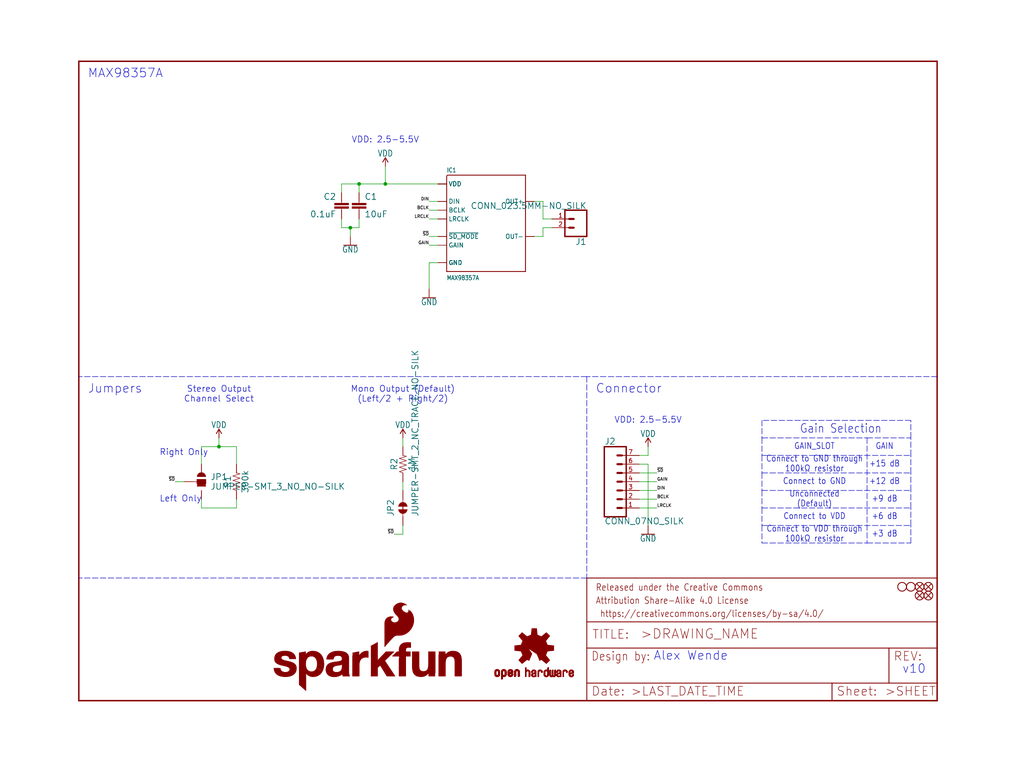
<source format=kicad_sch>
(kicad_sch (version 20211123) (generator eeschema)
  (paper "User" 297.002 223.926)
  (lib_symbols
    (symbol "eagleSchem-eagle-import:0.1UF-0603-25V-(+80{slash}-20%)"
      (property "Reference" "C" (at 1.524 2.921 0))
      (property "Value" "0.1UF-0603-25V-(+80{slash}-20%)" (at 1.524 -2.159 0))
      (symbol "0.1UF-0603-25V-(+80{slash}-20%)_1_0"
        (pin passive line (at 0 5.08 270) (length 2.54) (name "1") (number "1"))
        (pin passive line (at 0 -2.54 90) (length 2.54) (name "2") (number "2"))
      )
    )
    (symbol "eagleSchem-eagle-import:10UF-0805-10V-10%"
      (property "Reference" "C" (at 1.524 2.921 0))
      (property "Value" "10UF-0805-10V-10%" (at 1.524 -2.159 0))
      (symbol "10UF-0805-10V-10%_1_0"
        (pin passive line (at 0 5.08 270) (length 2.54) (name "1") (number "1"))
        (pin passive line (at 0 -2.54 90) (length 2.54) (name "2") (number "2"))
      )
    )
    (symbol "eagleSchem-eagle-import:1MOHM-0603-1{slash}4W-5%"
      (property "Reference" "R" (at 0 1.524 0))
      (property "Value" "1MOHM-0603-1{slash}4W-5%" (at 0 -1.524 0))
      (symbol "1MOHM-0603-1{slash}4W-5%_1_0"
        (pin passive line (at -5.08 0 0) (length 2.54) (name "1") (number "1"))
        (pin passive line (at 5.08 0 180) (length 2.54) (name "2") (number "2"))
      )
    )
    (symbol "eagleSchem-eagle-import:300KOHM-0603-1{slash}10W-1%"
      (property "Reference" "R" (at 0 1.524 0))
      (property "Value" "300KOHM-0603-1{slash}10W-1%" (at 0 -1.524 0))
      (symbol "300KOHM-0603-1{slash}10W-1%_1_0"
        (pin passive line (at -5.08 0 0) (length 2.54) (name "1") (number "1"))
        (pin passive line (at 5.08 0 180) (length 2.54) (name "2") (number "2"))
      )
    )
    (symbol "eagleSchem-eagle-import:CONN_023.5MM-NO_SILK"
      (property "Reference" "J" (at -2.54 5.588 0))
      (property "Value" "CONN_023.5MM-NO_SILK" (at -2.54 -4.826 0))
      (symbol "CONN_023.5MM-NO_SILK_1_0"
        (pin passive line (at 7.62 0 180) (length 5.08) (name "1") (number "1"))
        (pin passive line (at 7.62 2.54 180) (length 5.08) (name "2") (number "2"))
      )
    )
    (symbol "eagleSchem-eagle-import:CONN_07NO_SILK"
      (property "Reference" "J" (at -5.08 13.208 0))
      (property "Value" "CONN_07NO_SILK" (at -5.08 -9.906 0))
      (symbol "CONN_07NO_SILK_1_0"
        (pin passive line (at 5.08 -5.08 180) (length 5.08) (name "1") (number "1"))
        (pin passive line (at 5.08 -2.54 180) (length 5.08) (name "2") (number "2"))
        (pin passive line (at 5.08 0 180) (length 5.08) (name "3") (number "3"))
        (pin passive line (at 5.08 2.54 180) (length 5.08) (name "4") (number "4"))
        (pin passive line (at 5.08 5.08 180) (length 5.08) (name "5") (number "5"))
        (pin passive line (at 5.08 7.62 180) (length 5.08) (name "6") (number "6"))
        (pin passive line (at 5.08 10.16 180) (length 5.08) (name "7") (number "7"))
      )
    )
    (symbol "eagleSchem-eagle-import:FIDUCIALUFIDUCIAL")
    (symbol "eagleSchem-eagle-import:FRAME-LETTER"
      (symbol "FRAME-LETTER_2_0"
        (text " https://creativecommons.org/licenses/by-sa/4.0/" (at 2.54 24.13 0) (effects (font (size 1.9304 1.6408)) (justify left bottom)))
        (text ">DRAWING_NAME" (at 15.494 17.78 0) (effects (font (size 2.7432 2.7432)) (justify left bottom)))
        (text ">LAST_DATE_TIME" (at 12.7 1.27 0) (effects (font (size 2.54 2.54)) (justify left bottom)))
        (text ">SHEET" (at 86.36 1.27 0) (effects (font (size 2.54 2.54)) (justify left bottom)))
        (text "Attribution Share-Alike 4.0 License" (at 2.54 27.94 0) (effects (font (size 1.9304 1.6408)) (justify left bottom)))
        (text "Date:" (at 1.27 1.27 0) (effects (font (size 2.54 2.54)) (justify left bottom)))
        (text "Design by:" (at 1.27 11.43 0) (effects (font (size 2.54 2.159)) (justify left bottom)))
        (text "Released under the Creative Commons" (at 2.54 31.75 0) (effects (font (size 1.9304 1.6408)) (justify left bottom)))
        (text "REV:" (at 88.9 11.43 0) (effects (font (size 2.54 2.54)) (justify left bottom)))
        (text "Sheet:" (at 72.39 1.27 0) (effects (font (size 2.54 2.54)) (justify left bottom)))
        (text "TITLE:" (at 1.524 17.78 0) (effects (font (size 2.54 2.54)) (justify left bottom)))
      )
    )
    (symbol "eagleSchem-eagle-import:GND" (power)
      (property "Value" "GND" (at 0 -0.254 0))
      (symbol "GND_1_0"
        (pin power_in line (at 0 2.54 270) (length 2.54) (name "GND") (number "1"))
      )
    )
    (symbol "eagleSchem-eagle-import:JUMPER-SMT_2_NC_TRACE_NO-SILK"
      (property "Reference" "JP" (at -2.54 2.54 0))
      (property "Value" "JUMPER-SMT_2_NC_TRACE_NO-SILK" (at -2.54 -2.54 0))
      (symbol "JUMPER-SMT_2_NC_TRACE_NO-SILK_1_0"
        (pin passive line (at -5.08 0 0) (length 2.54) (name "1") (number "1"))
        (pin passive line (at 5.08 0 180) (length 2.54) (name "2") (number "2"))
      )
    )
    (symbol "eagleSchem-eagle-import:JUMPER-SMT_3_NO_NO-SILK"
      (property "Reference" "JP" (at 2.54 0.381 0))
      (property "Value" "JUMPER-SMT_3_NO_NO-SILK" (at 2.54 -0.381 0))
      (symbol "JUMPER-SMT_3_NO_NO-SILK_1_0"
        (pin passive line (at 0 5.08 270) (length 2.54) (name "1") (number "1"))
        (pin passive line (at -5.08 0 0) (length 2.54) (name "2") (number "2"))
        (pin passive line (at 0 -5.08 90) (length 2.54) (name "3") (number "3"))
      )
    )
    (symbol "eagleSchem-eagle-import:MAX98357A"
      (property "Reference" "IC" (at -10.16 13.462 0))
      (property "Value" "MAX98357A" (at -10.16 -17.78 0))
      (symbol "MAX98357A_1_0"
        (pin bidirectional line (at -12.7 5.08 0) (length 2.54) (name "DIN") (number "P$1"))
        (pin bidirectional line (at 15.24 -5.08 180) (length 2.54) (name "OUT-") (number "P$10"))
        (pin bidirectional line (at -12.7 -12.7 0) (length 2.54) (name "GND") (number "P$11"))
        (pin bidirectional line (at -12.7 0 0) (length 2.54) (name "LRCLK") (number "P$14"))
        (pin bidirectional line (at -12.7 -12.7 0) (length 2.54) (name "GND") (number "P$15"))
        (pin bidirectional line (at -12.7 2.54 0) (length 2.54) (name "BCLK") (number "P$16"))
        (pin bidirectional line (at -12.7 -7.62 0) (length 2.54) (name "GAIN") (number "P$2"))
        (pin bidirectional line (at -12.7 -12.7 0) (length 2.54) (name "GND") (number "P$3"))
        (pin bidirectional line (at -12.7 -5.08 0) (length 2.54) (name "~{SD_MODE}") (number "P$4"))
        (pin bidirectional line (at -12.7 10.16 0) (length 2.54) (name "VDD") (number "P$7"))
        (pin bidirectional line (at -12.7 10.16 0) (length 2.54) (name "VDD") (number "P$8"))
        (pin bidirectional line (at 15.24 5.08 180) (length 2.54) (name "OUT+") (number "P$9"))
        (pin bidirectional line (at -12.7 -12.7 0) (length 2.54) (name "GND") (number "P$EP"))
      )
    )
    (symbol "eagleSchem-eagle-import:OSHW-LOGOS")
    (symbol "eagleSchem-eagle-import:SFE_LOGO_NAME_FLAME.1_INCH")
    (symbol "eagleSchem-eagle-import:STAND-OFF")
    (symbol "eagleSchem-eagle-import:VDD" (power)
      (property "Value" "VDD" (at 0 2.794 0))
      (symbol "VDD_1_0"
        (pin power_in line (at 0 0 90) (length 2.54) (name "VDD") (number "1"))
      )
    )
  )
  (junction (at 101.6 66.04))
  (junction (at 111.76 53.34))
  (junction (at 63.5 129.54))
  (junction (at 104.14 53.34))
  (polyline (pts (xy 220.98 147.32) (xy 264.16 147.32)))
  (wire (pts (xy 68.58 147.32) (xy 68.58 144.78)))
  (polyline (pts (xy 220.98 142.24) (xy 220.98 147.32)))
  (wire (pts (xy 116.84 154.94) (xy 114.3 154.94)))
  (polyline (pts (xy 220.98 132.08) (xy 220.98 137.16)))
  (wire (pts (xy 99.06 55.88) (xy 99.06 53.34)))
  (wire (pts (xy 101.6 66.04) (xy 101.6 68.58)))
  (wire (pts (xy 104.14 63.5) (xy 104.14 66.04)))
  (wire (pts (xy 185.42 147.32) (xy 190.5 147.32)))
  (wire (pts (xy 157.48 63.5) (xy 160.02 63.5)))
  (wire (pts (xy 58.42 147.32) (xy 68.58 147.32)))
  (polyline (pts (xy 220.98 127) (xy 220.98 132.08)))
  (polyline (pts (xy 220.98 127) (xy 251.46 127)))
  (polyline (pts (xy 264.16 127) (xy 264.16 121.92)))
  (wire (pts (xy 127 76.2) (xy 124.46 76.2)))
  (polyline (pts (xy 220.98 137.16) (xy 220.98 142.24)))
  (wire (pts (xy 63.5 129.54) (xy 58.42 129.54)))
  (polyline (pts (xy 264.16 147.32) (xy 264.16 142.24)))
  (wire (pts (xy 99.06 53.34) (xy 104.14 53.34)))
  (wire (pts (xy 58.42 134.62) (xy 58.42 129.54)))
  (polyline (pts (xy 220.98 147.32) (xy 220.98 152.4)))
  (wire (pts (xy 154.94 58.42) (xy 157.48 58.42)))
  (wire (pts (xy 127 53.34) (xy 111.76 53.34)))
  (polyline (pts (xy 220.98 132.08) (xy 264.16 132.08)))
  (polyline (pts (xy 264.16 157.48) (xy 264.16 152.4)))
  (wire (pts (xy 127 58.42) (xy 124.46 58.42)))
  (polyline (pts (xy 264.16 152.4) (xy 264.16 147.32)))
  (polyline (pts (xy 220.98 152.4) (xy 264.16 152.4)))
  (wire (pts (xy 185.42 132.08) (xy 187.96 132.08)))
  (polyline (pts (xy 170.18 109.22) (xy 170.18 167.64)))
  (polyline (pts (xy 220.98 121.92) (xy 220.98 127)))
  (polyline (pts (xy 264.16 142.24) (xy 264.16 137.16)))
  (wire (pts (xy 104.14 66.04) (xy 101.6 66.04)))
  (polyline (pts (xy 220.98 137.16) (xy 264.16 137.16)))
  (wire (pts (xy 185.42 142.24) (xy 190.5 142.24)))
  (wire (pts (xy 185.42 139.7) (xy 190.5 139.7)))
  (polyline (pts (xy 251.46 127) (xy 264.16 127)))
  (wire (pts (xy 116.84 152.4) (xy 116.84 154.94)))
  (wire (pts (xy 157.48 58.42) (xy 157.48 63.5)))
  (polyline (pts (xy 271.78 109.22) (xy 170.18 109.22)))
  (wire (pts (xy 127 60.96) (xy 124.46 60.96)))
  (polyline (pts (xy 264.16 132.08) (xy 264.16 127)))
  (wire (pts (xy 157.48 66.04) (xy 160.02 66.04)))
  (polyline (pts (xy 170.18 109.22) (xy 22.86 109.22)))
  (wire (pts (xy 157.48 68.58) (xy 157.48 66.04)))
  (polyline (pts (xy 170.18 167.64) (xy 22.86 167.64)))
  (wire (pts (xy 185.42 144.78) (xy 190.5 144.78)))
  (wire (pts (xy 111.76 53.34) (xy 111.76 48.26)))
  (polyline (pts (xy 264.16 137.16) (xy 264.16 132.08)))
  (wire (pts (xy 116.84 129.54) (xy 116.84 127)))
  (polyline (pts (xy 220.98 142.24) (xy 264.16 142.24)))
  (wire (pts (xy 154.94 68.58) (xy 157.48 68.58)))
  (wire (pts (xy 68.58 129.54) (xy 63.5 129.54)))
  (wire (pts (xy 68.58 134.62) (xy 68.58 129.54)))
  (polyline (pts (xy 251.46 127) (xy 251.46 157.48)))
  (polyline (pts (xy 220.98 157.48) (xy 251.46 157.48)))
  (wire (pts (xy 124.46 76.2) (xy 124.46 83.82)))
  (wire (pts (xy 127 71.12) (xy 124.46 71.12)))
  (wire (pts (xy 101.6 66.04) (xy 99.06 66.04)))
  (wire (pts (xy 185.42 134.62) (xy 187.96 134.62)))
  (wire (pts (xy 127 63.5) (xy 124.46 63.5)))
  (wire (pts (xy 99.06 66.04) (xy 99.06 63.5)))
  (polyline (pts (xy 251.46 157.48) (xy 264.16 157.48)))
  (polyline (pts (xy 264.16 121.92) (xy 220.98 121.92)))
  (wire (pts (xy 127 68.58) (xy 124.46 68.58)))
  (wire (pts (xy 187.96 132.08) (xy 187.96 129.54)))
  (wire (pts (xy 116.84 139.7) (xy 116.84 142.24)))
  (polyline (pts (xy 220.98 152.4) (xy 220.98 157.48)))
  (wire (pts (xy 53.34 139.7) (xy 50.8 139.7)))
  (wire (pts (xy 185.42 137.16) (xy 190.5 137.16)))
  (wire (pts (xy 104.14 53.34) (xy 104.14 55.88)))
  (wire (pts (xy 58.42 144.78) (xy 58.42 147.32)))
  (wire (pts (xy 63.5 129.54) (xy 63.5 127)))
  (wire (pts (xy 187.96 134.62) (xy 187.96 152.4)))
  (wire (pts (xy 104.14 53.34) (xy 111.76 53.34)))
  (text "Connect to VDD" (at 236.22 149.86 180) (effects (font (size 1.778 1.5113))))
  (text "Alex Wende" (at 189.484 191.77 180) (effects (font (size 2.54 2.54)) (justify left bottom)))
  (text "Unconnected\n(Default)" (at 236.22 144.78 180) (effects (font (size 1.778 1.5113))))
  (text "Stereo Output\nChannel Select" (at 63.5 116.84 180) (effects (font (size 1.778 1.778)) (justify bottom)))
  (text "Connect to GND through\n100kΩ resistor" (at 236.22 134.62 180) (effects (font (size 1.778 1.5113))))
  (text "Left Only" (at 46.228 145.796 180) (effects (font (size 1.778 1.778)) (justify left bottom)))
  (text "Jumpers" (at 25.4 114.3 180) (effects (font (size 2.54 2.54)) (justify left bottom)))
  (text "Connect to VDD through\n100kΩ resistor" (at 236.22 154.94 180) (effects (font (size 1.778 1.5113))))
  (text "+12 dB" (at 256.54 139.7 180) (effects (font (size 1.778 1.5113))))
  (text "+3 dB" (at 256.54 154.94 180) (effects (font (size 1.778 1.5113))))
  (text "VDD: 2.5-5.5V" (at 187.96 121.92 180) (effects (font (size 1.778 1.778))))
  (text "Mono Output (Default)\n(Left/2 + Right/2)" (at 116.84 116.84 180) (effects (font (size 1.778 1.778)) (justify bottom)))
  (text "v10" (at 261.62 195.58 180) (effects (font (size 2.54 2.54)) (justify left bottom)))
  (text "Gain Selection" (at 243.84 124.46 180) (effects (font (size 2.54 2.159))))
  (text "+9 dB" (at 256.54 144.78 180) (effects (font (size 1.778 1.5113))))
  (text "GAIN" (at 256.54 129.54 180) (effects (font (size 1.778 1.5113))))
  (text "MAX98357A" (at 25.4 22.86 180) (effects (font (size 2.54 2.54)) (justify left bottom)))
  (text "Right Only" (at 46.228 132.334 180) (effects (font (size 1.778 1.778)) (justify left bottom)))
  (text "Connector" (at 172.72 114.3 180) (effects (font (size 2.54 2.54)) (justify left bottom)))
  (text "VDD: 2.5-5.5V" (at 111.76 40.64 180) (effects (font (size 1.778 1.778))))
  (text "+15 dB" (at 256.54 134.62 180) (effects (font (size 1.778 1.5113))))
  (text "GAIN_SLOT" (at 236.22 129.54 180) (effects (font (size 1.778 1.5113))))
  (text "Connect to GND" (at 236.22 139.7 180) (effects (font (size 1.778 1.5113))))
  (text "+6 dB" (at 256.54 149.86 180) (effects (font (size 1.778 1.5113))))
  (label "~{SD}" (at 50.8 139.7 180) (effects (font (size 0.889 0.889))))
  (label "LRCLK" (at 124.46 63.5 180) (effects (font (size 0.889 0.889))))
  (label "~{SD}" (at 124.46 68.58 180) (effects (font (size 0.889 0.889))))
  (label "DIN" (at 190.5 142.24 0) (effects (font (size 0.889 0.889))))
  (label "GAIN" (at 190.5 139.7 0) (effects (font (size 0.889 0.889))))
  (label "LRCLK" (at 190.5 147.32 0) (effects (font (size 0.889 0.889))))
  (label "BCLK" (at 124.46 60.96 180) (effects (font (size 0.889 0.889))))
  (label "~{SD}" (at 190.5 137.16 0) (effects (font (size 0.889 0.889))))
  (label "~{SD}" (at 114.3 154.94 180) (effects (font (size 0.889 0.889))))
  (label "GAIN" (at 124.46 71.12 180) (effects (font (size 0.889 0.889))))
  (label "DIN" (at 124.46 58.42 180) (effects (font (size 0.889 0.889))))
  (label "BCLK" (at 190.5 144.78 0) (effects (font (size 0.889 0.889))))
  (symbol (lib_id "eagleSchem-eagle-import:MAX98357A") (at 139.7 63.5 0) (unit 1)
    (property "Reference" "IC1" (at 129.54 50.038 0) (effects (font (size 1.27 1.0795)) (justify left bottom)))
    (property "Value" "MAX98357A" (at 129.54 81.28 0) (effects (font (size 1.27 1.0795)) (justify left bottom)))
    (property "Footprint" "eagleSchem:TQFN-16" (effects hide))
  )
  (symbol (lib_id "eagleSchem-eagle-import:FIDUCIALUFIDUCIAL") (at 266.7 172.72 0) (unit 1)
    (property "Reference" "FD3" (effects hide))
    (property "Value" "FIDUCIALUFIDUCIAL" (effects hide))
    (property "Footprint" "eagleSchem:FIDUCIAL-MICRO" (effects hide))
  )
  (symbol (lib_id "eagleSchem-eagle-import:GND") (at 124.46 86.36 0) (unit 1)
    (property "Reference" "#GND1" (effects hide))
    (property "Value" "GND" (at 124.46 86.614 0) (effects (font (size 1.778 1.5113)) (justify top)))
    (property "Footprint" "eagleSchem:" (effects hide))
  )
  (symbol (lib_id "eagleSchem-eagle-import:VDD") (at 111.76 48.26 0) (unit 1)
    (property "Reference" "#SUPPLY1" (effects hide))
    (property "Value" "VDD" (at 111.76 45.466 0) (effects (font (size 1.778 1.5113)) (justify bottom)))
    (property "Footprint" "eagleSchem:" (effects hide))
  )
  (symbol (lib_id "eagleSchem-eagle-import:VDD") (at 187.96 129.54 0) (unit 1)
    (property "Reference" "#SUPPLY5" (effects hide))
    (property "Value" "VDD" (at 187.96 126.746 0) (effects (font (size 1.778 1.5113)) (justify bottom)))
    (property "Footprint" "eagleSchem:" (effects hide))
  )
  (symbol (lib_id "eagleSchem-eagle-import:JUMPER-SMT_2_NC_TRACE_NO-SILK") (at 116.84 147.32 90) (unit 1)
    (property "Reference" "JP2" (at 114.3 149.86 0) (effects (font (size 1.778 1.778)) (justify left bottom)))
    (property "Value" "JUMPER-SMT_2_NC_TRACE_NO-SILK" (at 119.38 149.86 0) (effects (font (size 1.778 1.778)) (justify left top)))
    (property "Footprint" "eagleSchem:SMT-JUMPER_2_NC_TRACE_NO-SILK" (effects hide))
  )
  (symbol (lib_id "eagleSchem-eagle-import:10UF-0805-10V-10%") (at 104.14 60.96 0) (unit 1)
    (property "Reference" "C1" (at 105.664 58.039 0) (effects (font (size 1.778 1.778)) (justify left bottom)))
    (property "Value" "10uF" (at 105.664 63.119 0) (effects (font (size 1.778 1.778)) (justify left bottom)))
    (property "Footprint" "eagleSchem:0805" (effects hide))
  )
  (symbol (lib_id "eagleSchem-eagle-import:VDD") (at 116.84 127 0) (unit 1)
    (property "Reference" "#SUPPLY4" (effects hide))
    (property "Value" "VDD" (at 116.84 124.206 0) (effects (font (size 1.778 1.5113)) (justify bottom)))
    (property "Footprint" "eagleSchem:" (effects hide))
  )
  (symbol (lib_id "eagleSchem-eagle-import:JUMPER-SMT_3_NO_NO-SILK") (at 58.42 139.7 0) (unit 1)
    (property "Reference" "JP1" (at 60.96 139.319 0) (effects (font (size 1.778 1.778)) (justify left bottom)))
    (property "Value" "JUMPER-SMT_3_NO_NO-SILK" (at 60.96 140.081 0) (effects (font (size 1.778 1.778)) (justify left top)))
    (property "Footprint" "eagleSchem:SMT-JUMPER_3_NO_NO-SILK" (effects hide))
  )
  (symbol (lib_id "eagleSchem-eagle-import:OSHW-LOGOS") (at 154.94 187.96 0) (unit 1)
    (property "Reference" "LOGO2" (effects hide))
    (property "Value" "OSHW-LOGOS" (effects hide))
    (property "Footprint" "eagleSchem:OSHW-LOGO-S" (effects hide))
  )
  (symbol (lib_id "eagleSchem-eagle-import:1MOHM-0603-1{slash}4W-5%") (at 116.84 134.62 90) (unit 1)
    (property "Reference" "R2" (at 115.316 134.62 0) (effects (font (size 1.778 1.778)) (justify bottom)))
    (property "Value" "1M" (at 118.364 134.62 0) (effects (font (size 1.778 1.778)) (justify top)))
    (property "Footprint" "eagleSchem:0603" (effects hide))
  )
  (symbol (lib_id "eagleSchem-eagle-import:FIDUCIALUFIDUCIAL") (at 266.7 170.18 0) (unit 1)
    (property "Reference" "FD1" (effects hide))
    (property "Value" "FIDUCIALUFIDUCIAL" (effects hide))
    (property "Footprint" "eagleSchem:FIDUCIAL-MICRO" (effects hide))
  )
  (symbol (lib_id "eagleSchem-eagle-import:FIDUCIALUFIDUCIAL") (at 269.24 170.18 0) (unit 1)
    (property "Reference" "FD2" (effects hide))
    (property "Value" "FIDUCIALUFIDUCIAL" (effects hide))
    (property "Footprint" "eagleSchem:FIDUCIAL-MICRO" (effects hide))
  )
  (symbol (lib_id "eagleSchem-eagle-import:FRAME-LETTER") (at 22.86 203.2 0) (unit 1)
    (property "Reference" "FRAME1" (effects hide))
    (property "Value" "FRAME-LETTER" (effects hide))
    (property "Footprint" "eagleSchem:CREATIVE_COMMONS" (effects hide))
  )
  (symbol (lib_id "eagleSchem-eagle-import:GND") (at 101.6 71.12 0) (unit 1)
    (property "Reference" "#GND2" (effects hide))
    (property "Value" "GND" (at 101.6 71.374 0) (effects (font (size 1.778 1.5113)) (justify top)))
    (property "Footprint" "eagleSchem:" (effects hide))
  )
  (symbol (lib_id "eagleSchem-eagle-import:FIDUCIALUFIDUCIAL") (at 269.24 172.72 0) (unit 1)
    (property "Reference" "FD4" (effects hide))
    (property "Value" "FIDUCIALUFIDUCIAL" (effects hide))
    (property "Footprint" "eagleSchem:FIDUCIAL-MICRO" (effects hide))
  )
  (symbol (lib_id "eagleSchem-eagle-import:CONN_07NO_SILK") (at 180.34 142.24 0) (unit 1)
    (property "Reference" "J2" (at 175.26 129.032 0) (effects (font (size 1.778 1.778)) (justify left bottom)))
    (property "Value" "CONN_07NO_SILK" (at 175.26 152.146 0) (effects (font (size 1.778 1.778)) (justify left bottom)))
    (property "Footprint" "eagleSchem:1X07_NO_SILK" (effects hide))
  )
  (symbol (lib_id "eagleSchem-eagle-import:300KOHM-0603-1{slash}10W-1%") (at 68.58 139.7 90) (unit 1)
    (property "Reference" "R1" (at 67.056 139.7 0) (effects (font (size 1.778 1.778)) (justify bottom)))
    (property "Value" "300k" (at 70.104 139.7 0) (effects (font (size 1.778 1.778)) (justify top)))
    (property "Footprint" "eagleSchem:0603" (effects hide))
  )
  (symbol (lib_id "eagleSchem-eagle-import:CONN_023.5MM-NO_SILK") (at 167.64 63.5 180) (unit 1)
    (property "Reference" "J1" (at 170.18 69.088 0) (effects (font (size 1.778 1.778)) (justify left bottom)))
    (property "Value" "CONN_023.5MM-NO_SILK" (at 170.18 58.674 0) (effects (font (size 1.778 1.778)) (justify left bottom)))
    (property "Footprint" "eagleSchem:SCREWTERMINAL-3.5MM-2-NS" (effects hide))
  )
  (symbol (lib_id "eagleSchem-eagle-import:0.1UF-0603-25V-(+80{slash}-20%)") (at 99.06 60.96 0) (mirror y) (unit 1)
    (property "Reference" "C2" (at 97.536 58.039 0) (effects (font (size 1.778 1.778)) (justify left bottom)))
    (property "Value" "0.1uF" (at 97.536 63.119 0) (effects (font (size 1.778 1.778)) (justify left bottom)))
    (property "Footprint" "eagleSchem:0603" (effects hide))
  )
  (symbol (lib_id "eagleSchem-eagle-import:STAND-OFF") (at 261.62 170.18 0) (unit 1)
    (property "Reference" "H1" (effects hide))
    (property "Value" "STAND-OFF" (effects hide))
    (property "Footprint" "eagleSchem:STAND-OFF" (effects hide))
  )
  (symbol (lib_id "eagleSchem-eagle-import:GND") (at 187.96 154.94 0) (unit 1)
    (property "Reference" "#GND3" (effects hide))
    (property "Value" "GND" (at 187.96 155.194 0) (effects (font (size 1.778 1.5113)) (justify top)))
    (property "Footprint" "eagleSchem:" (effects hide))
  )
  (symbol (lib_id "eagleSchem-eagle-import:FRAME-LETTER") (at 170.18 203.2 0) (unit 2)
    (property "Reference" "FRAME1" (effects hide))
    (property "Value" "FRAME-LETTER" (effects hide))
    (property "Footprint" "eagleSchem:CREATIVE_COMMONS" (effects hide))
  )
  (symbol (lib_id "eagleSchem-eagle-import:VDD") (at 63.5 127 0) (unit 1)
    (property "Reference" "#SUPPLY2" (effects hide))
    (property "Value" "VDD" (at 63.5 124.206 0) (effects (font (size 1.778 1.5113)) (justify bottom)))
    (property "Footprint" "eagleSchem:" (effects hide))
  )
  (symbol (lib_id "eagleSchem-eagle-import:STAND-OFF") (at 264.16 170.18 0) (unit 1)
    (property "Reference" "H2" (effects hide))
    (property "Value" "STAND-OFF" (effects hide))
    (property "Footprint" "eagleSchem:STAND-OFF" (effects hide))
  )
  (symbol (lib_id "eagleSchem-eagle-import:SFE_LOGO_NAME_FLAME.1_INCH") (at 78.74 200.66 0) (unit 1)
    (property "Reference" "LOGO1" (effects hide))
    (property "Value" "SFE_LOGO_NAME_FLAME.1_INCH" (effects hide))
    (property "Footprint" "eagleSchem:SFE_LOGO_NAME_FLAME_.1" (effects hide))
  )
)
</source>
